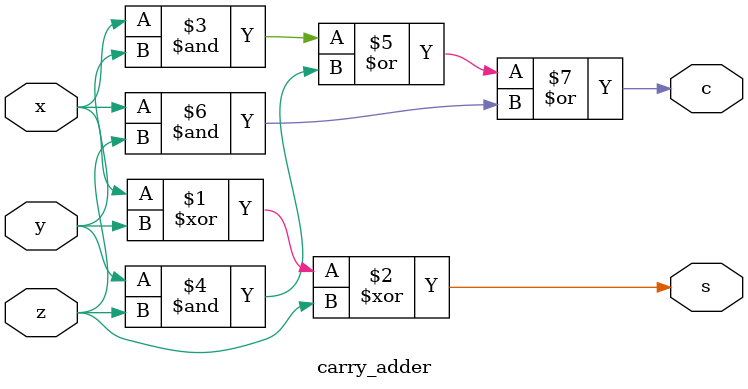
<source format=sv>
module carry_adder (input x, y, z,
	output s, c);
		assign s = x^y^z;
		assign c = (x&y)|(y&z)|(x&z);
endmodule
</source>
